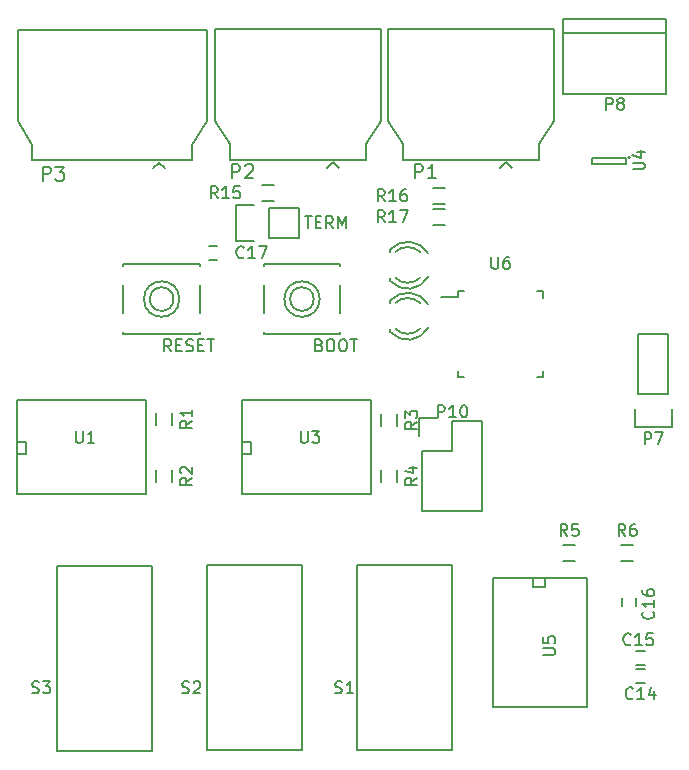
<source format=gto>
G04 #@! TF.FileFunction,Legend,Top*
%FSLAX46Y46*%
G04 Gerber Fmt 4.6, Leading zero omitted, Abs format (unit mm)*
G04 Created by KiCad (PCBNEW 4.0.2+dfsg1-stable) date Wed 23 Nov 2016 09:34:03 PM CST*
%MOMM*%
G01*
G04 APERTURE LIST*
%ADD10C,0.090000*%
%ADD11C,0.150000*%
G04 APERTURE END LIST*
D10*
D11*
X204500000Y-120234000D02*
X203800000Y-120234000D01*
X203800000Y-119034000D02*
X204500000Y-119034000D01*
X204500000Y-118710000D02*
X203800000Y-118710000D01*
X203800000Y-117510000D02*
X204500000Y-117510000D01*
X202600000Y-113700000D02*
X202600000Y-113000000D01*
X203800000Y-113000000D02*
X203800000Y-113700000D01*
X167605000Y-83220000D02*
X168305000Y-83220000D01*
X168305000Y-84420000D02*
X167605000Y-84420000D01*
X192786006Y-76114660D02*
X192286006Y-76614660D01*
X193286006Y-76614660D02*
X192786006Y-76114660D01*
X196786006Y-72614660D02*
X196786006Y-64864660D01*
X195536006Y-74614660D02*
X196786006Y-72614660D01*
X195536006Y-75914660D02*
X195536006Y-74614660D01*
X184036006Y-75914660D02*
X195536006Y-75914660D01*
X184036006Y-74614660D02*
X184036006Y-75914660D01*
X182786006Y-72614660D02*
X184036006Y-74614660D01*
X182786006Y-64864660D02*
X182786006Y-72614660D01*
X196786006Y-64864660D02*
X182786006Y-64864660D01*
X178147986Y-76114660D02*
X177647986Y-76614660D01*
X178647986Y-76614660D02*
X178147986Y-76114660D01*
X182147986Y-72614660D02*
X182147986Y-64864660D01*
X180897986Y-74614660D02*
X182147986Y-72614660D01*
X180897986Y-75914660D02*
X180897986Y-74614660D01*
X169397986Y-75914660D02*
X180897986Y-75914660D01*
X169397986Y-74614660D02*
X169397986Y-75914660D01*
X168147986Y-72614660D02*
X169397986Y-74614660D01*
X168147986Y-64864660D02*
X168147986Y-72614660D01*
X182147986Y-64864660D02*
X168147986Y-64864660D01*
X206502000Y-95758000D02*
X206502000Y-90678000D01*
X206502000Y-90678000D02*
X203962000Y-90678000D01*
X203962000Y-90678000D02*
X203962000Y-95758000D01*
X203682000Y-98578000D02*
X203682000Y-97028000D01*
X203962000Y-95758000D02*
X206502000Y-95758000D01*
X206782000Y-97028000D02*
X206782000Y-98578000D01*
X206782000Y-98578000D02*
X203682000Y-98578000D01*
X206320000Y-63995000D02*
X197620000Y-63995000D01*
X206320000Y-70400000D02*
X197620000Y-70400000D01*
X197620000Y-70400000D02*
X197620000Y-63995000D01*
X197620000Y-65225000D02*
X206320000Y-65225000D01*
X206320000Y-63995000D02*
X206320000Y-70400000D01*
X182205000Y-98460000D02*
X182205000Y-97460000D01*
X183555000Y-97460000D02*
X183555000Y-98460000D01*
X203530000Y-109895000D02*
X202530000Y-109895000D01*
X202530000Y-108545000D02*
X203530000Y-108545000D01*
X172136000Y-78065000D02*
X173136000Y-78065000D01*
X173136000Y-79415000D02*
X172136000Y-79415000D01*
X187614000Y-79669000D02*
X186614000Y-79669000D01*
X186614000Y-78319000D02*
X187614000Y-78319000D01*
X187614000Y-81447000D02*
X186614000Y-81447000D01*
X186614000Y-80097000D02*
X187614000Y-80097000D01*
X151384000Y-104267000D02*
X151384000Y-96266000D01*
X162306000Y-96266000D02*
X162306000Y-104267000D01*
X151384000Y-96266000D02*
X162306000Y-96266000D01*
X162306000Y-104267000D02*
X151384000Y-104267000D01*
X151384000Y-99822000D02*
X152146000Y-99822000D01*
X152146000Y-99822000D02*
X152146000Y-100838000D01*
X152146000Y-100838000D02*
X151384000Y-100838000D01*
X170434000Y-104267000D02*
X170434000Y-96266000D01*
X181356000Y-96266000D02*
X181356000Y-104267000D01*
X170434000Y-96266000D02*
X181356000Y-96266000D01*
X181356000Y-104267000D02*
X170434000Y-104267000D01*
X170434000Y-99822000D02*
X171196000Y-99822000D01*
X171196000Y-99822000D02*
X171196000Y-100838000D01*
X171196000Y-100838000D02*
X170434000Y-100838000D01*
X191643000Y-111379000D02*
X199644000Y-111379000D01*
X199644000Y-122301000D02*
X191643000Y-122301000D01*
X199644000Y-111379000D02*
X199644000Y-122301000D01*
X191643000Y-122301000D02*
X191643000Y-111379000D01*
X196088000Y-111379000D02*
X196088000Y-112141000D01*
X196088000Y-112141000D02*
X195072000Y-112141000D01*
X195072000Y-112141000D02*
X195072000Y-111379000D01*
X188665000Y-87085000D02*
X188665000Y-87510000D01*
X195915000Y-87085000D02*
X195915000Y-87610000D01*
X195915000Y-94335000D02*
X195915000Y-93810000D01*
X188665000Y-94335000D02*
X188665000Y-93810000D01*
X188665000Y-87085000D02*
X189190000Y-87085000D01*
X188665000Y-94335000D02*
X189190000Y-94335000D01*
X195915000Y-94335000D02*
X195390000Y-94335000D01*
X195915000Y-87085000D02*
X195390000Y-87085000D01*
X188665000Y-87510000D02*
X187290000Y-87510000D01*
X154760000Y-125970000D02*
X162760000Y-125970000D01*
X154760000Y-110320000D02*
X162760000Y-110320000D01*
X162760000Y-110320000D02*
X162760000Y-125970000D01*
X154760000Y-110320000D02*
X154760000Y-125970000D01*
X167460000Y-125900000D02*
X175460000Y-125900000D01*
X167460000Y-110250000D02*
X175460000Y-110250000D01*
X175460000Y-110250000D02*
X175460000Y-125900000D01*
X167460000Y-110250000D02*
X167460000Y-125900000D01*
X180150000Y-125900000D02*
X188150000Y-125900000D01*
X180150000Y-110250000D02*
X188150000Y-110250000D01*
X188150000Y-110250000D02*
X188150000Y-125900000D01*
X180150000Y-110250000D02*
X180150000Y-125900000D01*
X172720000Y-80010000D02*
X175260000Y-80010000D01*
X169900000Y-79730000D02*
X171450000Y-79730000D01*
X172720000Y-80010000D02*
X172720000Y-82550000D01*
X171450000Y-82830000D02*
X169900000Y-82830000D01*
X169900000Y-82830000D02*
X169900000Y-79730000D01*
X172720000Y-82550000D02*
X175260000Y-82550000D01*
X175260000Y-82550000D02*
X175260000Y-80010000D01*
X203288000Y-75730000D02*
G75*
G03X203288000Y-75730000I-100000J0D01*
G01*
X202938000Y-76280000D02*
X202938000Y-75780000D01*
X200038000Y-76280000D02*
X202938000Y-76280000D01*
X200038000Y-75780000D02*
X200038000Y-76280000D01*
X202938000Y-75780000D02*
X200038000Y-75780000D01*
X166855000Y-84725000D02*
X166855000Y-84925000D01*
X166855000Y-90725000D02*
X166855000Y-90525000D01*
X160355000Y-90725000D02*
X160355000Y-90525000D01*
X160355000Y-84725000D02*
X160355000Y-84925000D01*
X160355000Y-86525000D02*
X160355000Y-88925000D01*
X166855000Y-86525000D02*
X166855000Y-88925000D01*
X166855000Y-84725000D02*
X160355000Y-84725000D01*
X160355000Y-90725000D02*
X166855000Y-90725000D01*
X164605000Y-87725000D02*
G75*
G03X164605000Y-87725000I-1000000J0D01*
G01*
X165105000Y-87725000D02*
G75*
G03X165105000Y-87725000I-1500000J0D01*
G01*
X178735000Y-84725000D02*
X178735000Y-84925000D01*
X178735000Y-90725000D02*
X178735000Y-90525000D01*
X172235000Y-90725000D02*
X172235000Y-90525000D01*
X172235000Y-84725000D02*
X172235000Y-84925000D01*
X172235000Y-86525000D02*
X172235000Y-88925000D01*
X178735000Y-86525000D02*
X178735000Y-88925000D01*
X178735000Y-84725000D02*
X172235000Y-84725000D01*
X172235000Y-90725000D02*
X178735000Y-90725000D01*
X176485000Y-87725000D02*
G75*
G03X176485000Y-87725000I-1000000J0D01*
G01*
X176985000Y-87725000D02*
G75*
G03X176985000Y-87725000I-1500000J0D01*
G01*
X163155000Y-98374000D02*
X163155000Y-97374000D01*
X164505000Y-97374000D02*
X164505000Y-98374000D01*
X163155000Y-103200000D02*
X163155000Y-102200000D01*
X164505000Y-102200000D02*
X164505000Y-103200000D01*
X182205000Y-103200000D02*
X182205000Y-102200000D01*
X183555000Y-102200000D02*
X183555000Y-103200000D01*
X198620000Y-109895000D02*
X197620000Y-109895000D01*
X197620000Y-108545000D02*
X198620000Y-108545000D01*
X185674000Y-100584000D02*
X185674000Y-105664000D01*
X185394000Y-97764000D02*
X186944000Y-97764000D01*
X188214000Y-98044000D02*
X188214000Y-100584000D01*
X188214000Y-100584000D02*
X185674000Y-100584000D01*
X185674000Y-105664000D02*
X190754000Y-105664000D01*
X190754000Y-105664000D02*
X190754000Y-100584000D01*
X185394000Y-97764000D02*
X185394000Y-99314000D01*
X190754000Y-98044000D02*
X188214000Y-98044000D01*
X190754000Y-100584000D02*
X190754000Y-98044000D01*
X163415986Y-76168000D02*
X162915986Y-76668000D01*
X163915986Y-76668000D02*
X163415986Y-76168000D01*
X167415986Y-72668000D02*
X167415986Y-64918000D01*
X166165986Y-74668000D02*
X167415986Y-72668000D01*
X166165986Y-75968000D02*
X166165986Y-74668000D01*
X152665986Y-75968000D02*
X166165986Y-75968000D01*
X152665986Y-74668000D02*
X152665986Y-75968000D01*
X151415986Y-72668000D02*
X152665986Y-74668000D01*
X151415986Y-64918000D02*
X151415986Y-72668000D01*
X167415986Y-64918000D02*
X151415986Y-64918000D01*
X182935000Y-86150000D02*
X182935000Y-85950000D01*
X182935000Y-83556000D02*
X182935000Y-83736000D01*
X186162744Y-83866357D02*
G75*
G03X182935000Y-83550000I-1727744J-1003643D01*
G01*
X185487006Y-83736932D02*
G75*
G03X183384000Y-83736000I-1052006J-1133068D01*
G01*
X182947780Y-86176726D02*
G75*
G03X186185000Y-85830000I1497220J1306726D01*
G01*
X183421111Y-85949253D02*
G75*
G03X185469000Y-85930000I1013889J1079253D01*
G01*
X182935000Y-90468000D02*
X182935000Y-90268000D01*
X182935000Y-87874000D02*
X182935000Y-88054000D01*
X186162744Y-88184357D02*
G75*
G03X182935000Y-87868000I-1727744J-1003643D01*
G01*
X185487006Y-88054932D02*
G75*
G03X183384000Y-88054000I-1052006J-1133068D01*
G01*
X182947780Y-90494726D02*
G75*
G03X186185000Y-90148000I1497220J1306726D01*
G01*
X183421111Y-90267253D02*
G75*
G03X185469000Y-90248000I1013889J1079253D01*
G01*
X203507143Y-121515143D02*
X203459524Y-121562762D01*
X203316667Y-121610381D01*
X203221429Y-121610381D01*
X203078571Y-121562762D01*
X202983333Y-121467524D01*
X202935714Y-121372286D01*
X202888095Y-121181810D01*
X202888095Y-121038952D01*
X202935714Y-120848476D01*
X202983333Y-120753238D01*
X203078571Y-120658000D01*
X203221429Y-120610381D01*
X203316667Y-120610381D01*
X203459524Y-120658000D01*
X203507143Y-120705619D01*
X204459524Y-121610381D02*
X203888095Y-121610381D01*
X204173809Y-121610381D02*
X204173809Y-120610381D01*
X204078571Y-120753238D01*
X203983333Y-120848476D01*
X203888095Y-120896095D01*
X205316667Y-120943714D02*
X205316667Y-121610381D01*
X205078571Y-120562762D02*
X204840476Y-121277048D01*
X205459524Y-121277048D01*
X203319143Y-116943143D02*
X203271524Y-116990762D01*
X203128667Y-117038381D01*
X203033429Y-117038381D01*
X202890571Y-116990762D01*
X202795333Y-116895524D01*
X202747714Y-116800286D01*
X202700095Y-116609810D01*
X202700095Y-116466952D01*
X202747714Y-116276476D01*
X202795333Y-116181238D01*
X202890571Y-116086000D01*
X203033429Y-116038381D01*
X203128667Y-116038381D01*
X203271524Y-116086000D01*
X203319143Y-116133619D01*
X204271524Y-117038381D02*
X203700095Y-117038381D01*
X203985809Y-117038381D02*
X203985809Y-116038381D01*
X203890571Y-116181238D01*
X203795333Y-116276476D01*
X203700095Y-116324095D01*
X205176286Y-116038381D02*
X204700095Y-116038381D01*
X204652476Y-116514571D01*
X204700095Y-116466952D01*
X204795333Y-116419333D01*
X205033429Y-116419333D01*
X205128667Y-116466952D01*
X205176286Y-116514571D01*
X205223905Y-116609810D01*
X205223905Y-116847905D01*
X205176286Y-116943143D01*
X205128667Y-116990762D01*
X205033429Y-117038381D01*
X204795333Y-117038381D01*
X204700095Y-116990762D01*
X204652476Y-116943143D01*
X205208143Y-114180857D02*
X205255762Y-114228476D01*
X205303381Y-114371333D01*
X205303381Y-114466571D01*
X205255762Y-114609429D01*
X205160524Y-114704667D01*
X205065286Y-114752286D01*
X204874810Y-114799905D01*
X204731952Y-114799905D01*
X204541476Y-114752286D01*
X204446238Y-114704667D01*
X204351000Y-114609429D01*
X204303381Y-114466571D01*
X204303381Y-114371333D01*
X204351000Y-114228476D01*
X204398619Y-114180857D01*
X205303381Y-113228476D02*
X205303381Y-113799905D01*
X205303381Y-113514191D02*
X204303381Y-113514191D01*
X204446238Y-113609429D01*
X204541476Y-113704667D01*
X204589095Y-113799905D01*
X204303381Y-112371333D02*
X204303381Y-112561810D01*
X204351000Y-112657048D01*
X204398619Y-112704667D01*
X204541476Y-112799905D01*
X204731952Y-112847524D01*
X205112905Y-112847524D01*
X205208143Y-112799905D01*
X205255762Y-112752286D01*
X205303381Y-112657048D01*
X205303381Y-112466571D01*
X205255762Y-112371333D01*
X205208143Y-112323714D01*
X205112905Y-112276095D01*
X204874810Y-112276095D01*
X204779571Y-112323714D01*
X204731952Y-112371333D01*
X204684333Y-112466571D01*
X204684333Y-112657048D01*
X204731952Y-112752286D01*
X204779571Y-112799905D01*
X204874810Y-112847524D01*
X170553143Y-84177143D02*
X170505524Y-84224762D01*
X170362667Y-84272381D01*
X170267429Y-84272381D01*
X170124571Y-84224762D01*
X170029333Y-84129524D01*
X169981714Y-84034286D01*
X169934095Y-83843810D01*
X169934095Y-83700952D01*
X169981714Y-83510476D01*
X170029333Y-83415238D01*
X170124571Y-83320000D01*
X170267429Y-83272381D01*
X170362667Y-83272381D01*
X170505524Y-83320000D01*
X170553143Y-83367619D01*
X171505524Y-84272381D02*
X170934095Y-84272381D01*
X171219809Y-84272381D02*
X171219809Y-83272381D01*
X171124571Y-83415238D01*
X171029333Y-83510476D01*
X170934095Y-83558095D01*
X171838857Y-83272381D02*
X172505524Y-83272381D01*
X172076952Y-84272381D01*
X185042286Y-77504857D02*
X185042286Y-76304857D01*
X185499429Y-76304857D01*
X185613715Y-76362000D01*
X185670858Y-76419143D01*
X185728001Y-76533429D01*
X185728001Y-76704857D01*
X185670858Y-76819143D01*
X185613715Y-76876286D01*
X185499429Y-76933429D01*
X185042286Y-76933429D01*
X186870858Y-77504857D02*
X186185143Y-77504857D01*
X186528001Y-77504857D02*
X186528001Y-76304857D01*
X186413715Y-76476286D01*
X186299429Y-76590571D01*
X186185143Y-76647714D01*
X169548286Y-77504857D02*
X169548286Y-76304857D01*
X170005429Y-76304857D01*
X170119715Y-76362000D01*
X170176858Y-76419143D01*
X170234001Y-76533429D01*
X170234001Y-76704857D01*
X170176858Y-76819143D01*
X170119715Y-76876286D01*
X170005429Y-76933429D01*
X169548286Y-76933429D01*
X170691143Y-76419143D02*
X170748286Y-76362000D01*
X170862572Y-76304857D01*
X171148286Y-76304857D01*
X171262572Y-76362000D01*
X171319715Y-76419143D01*
X171376858Y-76533429D01*
X171376858Y-76647714D01*
X171319715Y-76819143D01*
X170634001Y-77504857D01*
X171376858Y-77504857D01*
X204493905Y-100020381D02*
X204493905Y-99020381D01*
X204874858Y-99020381D01*
X204970096Y-99068000D01*
X205017715Y-99115619D01*
X205065334Y-99210857D01*
X205065334Y-99353714D01*
X205017715Y-99448952D01*
X204970096Y-99496571D01*
X204874858Y-99544190D01*
X204493905Y-99544190D01*
X205398667Y-99020381D02*
X206065334Y-99020381D01*
X205636762Y-100020381D01*
X201231005Y-71714841D02*
X201231005Y-70714841D01*
X201611958Y-70714841D01*
X201707196Y-70762460D01*
X201754815Y-70810079D01*
X201802434Y-70905317D01*
X201802434Y-71048174D01*
X201754815Y-71143412D01*
X201707196Y-71191031D01*
X201611958Y-71238650D01*
X201231005Y-71238650D01*
X202373862Y-71143412D02*
X202278624Y-71095793D01*
X202231005Y-71048174D01*
X202183386Y-70952936D01*
X202183386Y-70905317D01*
X202231005Y-70810079D01*
X202278624Y-70762460D01*
X202373862Y-70714841D01*
X202564339Y-70714841D01*
X202659577Y-70762460D01*
X202707196Y-70810079D01*
X202754815Y-70905317D01*
X202754815Y-70952936D01*
X202707196Y-71048174D01*
X202659577Y-71095793D01*
X202564339Y-71143412D01*
X202373862Y-71143412D01*
X202278624Y-71191031D01*
X202231005Y-71238650D01*
X202183386Y-71333889D01*
X202183386Y-71524365D01*
X202231005Y-71619603D01*
X202278624Y-71667222D01*
X202373862Y-71714841D01*
X202564339Y-71714841D01*
X202659577Y-71667222D01*
X202707196Y-71619603D01*
X202754815Y-71524365D01*
X202754815Y-71333889D01*
X202707196Y-71238650D01*
X202659577Y-71191031D01*
X202564339Y-71143412D01*
X185232381Y-98126666D02*
X184756190Y-98460000D01*
X185232381Y-98698095D02*
X184232381Y-98698095D01*
X184232381Y-98317142D01*
X184280000Y-98221904D01*
X184327619Y-98174285D01*
X184422857Y-98126666D01*
X184565714Y-98126666D01*
X184660952Y-98174285D01*
X184708571Y-98221904D01*
X184756190Y-98317142D01*
X184756190Y-98698095D01*
X184232381Y-97793333D02*
X184232381Y-97174285D01*
X184613333Y-97507619D01*
X184613333Y-97364761D01*
X184660952Y-97269523D01*
X184708571Y-97221904D01*
X184803810Y-97174285D01*
X185041905Y-97174285D01*
X185137143Y-97221904D01*
X185184762Y-97269523D01*
X185232381Y-97364761D01*
X185232381Y-97650476D01*
X185184762Y-97745714D01*
X185137143Y-97793333D01*
X202863334Y-107772381D02*
X202530000Y-107296190D01*
X202291905Y-107772381D02*
X202291905Y-106772381D01*
X202672858Y-106772381D01*
X202768096Y-106820000D01*
X202815715Y-106867619D01*
X202863334Y-106962857D01*
X202863334Y-107105714D01*
X202815715Y-107200952D01*
X202768096Y-107248571D01*
X202672858Y-107296190D01*
X202291905Y-107296190D01*
X203720477Y-106772381D02*
X203530000Y-106772381D01*
X203434762Y-106820000D01*
X203387143Y-106867619D01*
X203291905Y-107010476D01*
X203244286Y-107200952D01*
X203244286Y-107581905D01*
X203291905Y-107677143D01*
X203339524Y-107724762D01*
X203434762Y-107772381D01*
X203625239Y-107772381D01*
X203720477Y-107724762D01*
X203768096Y-107677143D01*
X203815715Y-107581905D01*
X203815715Y-107343810D01*
X203768096Y-107248571D01*
X203720477Y-107200952D01*
X203625239Y-107153333D01*
X203434762Y-107153333D01*
X203339524Y-107200952D01*
X203291905Y-107248571D01*
X203244286Y-107343810D01*
X168353143Y-79192381D02*
X168019809Y-78716190D01*
X167781714Y-79192381D02*
X167781714Y-78192381D01*
X168162667Y-78192381D01*
X168257905Y-78240000D01*
X168305524Y-78287619D01*
X168353143Y-78382857D01*
X168353143Y-78525714D01*
X168305524Y-78620952D01*
X168257905Y-78668571D01*
X168162667Y-78716190D01*
X167781714Y-78716190D01*
X169305524Y-79192381D02*
X168734095Y-79192381D01*
X169019809Y-79192381D02*
X169019809Y-78192381D01*
X168924571Y-78335238D01*
X168829333Y-78430476D01*
X168734095Y-78478095D01*
X170210286Y-78192381D02*
X169734095Y-78192381D01*
X169686476Y-78668571D01*
X169734095Y-78620952D01*
X169829333Y-78573333D01*
X170067429Y-78573333D01*
X170162667Y-78620952D01*
X170210286Y-78668571D01*
X170257905Y-78763810D01*
X170257905Y-79001905D01*
X170210286Y-79097143D01*
X170162667Y-79144762D01*
X170067429Y-79192381D01*
X169829333Y-79192381D01*
X169734095Y-79144762D01*
X169686476Y-79097143D01*
X182491143Y-79446381D02*
X182157809Y-78970190D01*
X181919714Y-79446381D02*
X181919714Y-78446381D01*
X182300667Y-78446381D01*
X182395905Y-78494000D01*
X182443524Y-78541619D01*
X182491143Y-78636857D01*
X182491143Y-78779714D01*
X182443524Y-78874952D01*
X182395905Y-78922571D01*
X182300667Y-78970190D01*
X181919714Y-78970190D01*
X183443524Y-79446381D02*
X182872095Y-79446381D01*
X183157809Y-79446381D02*
X183157809Y-78446381D01*
X183062571Y-78589238D01*
X182967333Y-78684476D01*
X182872095Y-78732095D01*
X184300667Y-78446381D02*
X184110190Y-78446381D01*
X184014952Y-78494000D01*
X183967333Y-78541619D01*
X183872095Y-78684476D01*
X183824476Y-78874952D01*
X183824476Y-79255905D01*
X183872095Y-79351143D01*
X183919714Y-79398762D01*
X184014952Y-79446381D01*
X184205429Y-79446381D01*
X184300667Y-79398762D01*
X184348286Y-79351143D01*
X184395905Y-79255905D01*
X184395905Y-79017810D01*
X184348286Y-78922571D01*
X184300667Y-78874952D01*
X184205429Y-78827333D01*
X184014952Y-78827333D01*
X183919714Y-78874952D01*
X183872095Y-78922571D01*
X183824476Y-79017810D01*
X182491143Y-81224381D02*
X182157809Y-80748190D01*
X181919714Y-81224381D02*
X181919714Y-80224381D01*
X182300667Y-80224381D01*
X182395905Y-80272000D01*
X182443524Y-80319619D01*
X182491143Y-80414857D01*
X182491143Y-80557714D01*
X182443524Y-80652952D01*
X182395905Y-80700571D01*
X182300667Y-80748190D01*
X181919714Y-80748190D01*
X183443524Y-81224381D02*
X182872095Y-81224381D01*
X183157809Y-81224381D02*
X183157809Y-80224381D01*
X183062571Y-80367238D01*
X182967333Y-80462476D01*
X182872095Y-80510095D01*
X183776857Y-80224381D02*
X184443524Y-80224381D01*
X184014952Y-81224381D01*
X156337095Y-98893381D02*
X156337095Y-99702905D01*
X156384714Y-99798143D01*
X156432333Y-99845762D01*
X156527571Y-99893381D01*
X156718048Y-99893381D01*
X156813286Y-99845762D01*
X156860905Y-99798143D01*
X156908524Y-99702905D01*
X156908524Y-98893381D01*
X157908524Y-99893381D02*
X157337095Y-99893381D01*
X157622809Y-99893381D02*
X157622809Y-98893381D01*
X157527571Y-99036238D01*
X157432333Y-99131476D01*
X157337095Y-99179095D01*
X175387095Y-98893381D02*
X175387095Y-99702905D01*
X175434714Y-99798143D01*
X175482333Y-99845762D01*
X175577571Y-99893381D01*
X175768048Y-99893381D01*
X175863286Y-99845762D01*
X175910905Y-99798143D01*
X175958524Y-99702905D01*
X175958524Y-98893381D01*
X176339476Y-98893381D02*
X176958524Y-98893381D01*
X176625190Y-99274333D01*
X176768048Y-99274333D01*
X176863286Y-99321952D01*
X176910905Y-99369571D01*
X176958524Y-99464810D01*
X176958524Y-99702905D01*
X176910905Y-99798143D01*
X176863286Y-99845762D01*
X176768048Y-99893381D01*
X176482333Y-99893381D01*
X176387095Y-99845762D01*
X176339476Y-99798143D01*
X195921381Y-117855905D02*
X196730905Y-117855905D01*
X196826143Y-117808286D01*
X196873762Y-117760667D01*
X196921381Y-117665429D01*
X196921381Y-117474952D01*
X196873762Y-117379714D01*
X196826143Y-117332095D01*
X196730905Y-117284476D01*
X195921381Y-117284476D01*
X195921381Y-116332095D02*
X195921381Y-116808286D01*
X196397571Y-116855905D01*
X196349952Y-116808286D01*
X196302333Y-116713048D01*
X196302333Y-116474952D01*
X196349952Y-116379714D01*
X196397571Y-116332095D01*
X196492810Y-116284476D01*
X196730905Y-116284476D01*
X196826143Y-116332095D01*
X196873762Y-116379714D01*
X196921381Y-116474952D01*
X196921381Y-116713048D01*
X196873762Y-116808286D01*
X196826143Y-116855905D01*
X191528095Y-84162381D02*
X191528095Y-84971905D01*
X191575714Y-85067143D01*
X191623333Y-85114762D01*
X191718571Y-85162381D01*
X191909048Y-85162381D01*
X192004286Y-85114762D01*
X192051905Y-85067143D01*
X192099524Y-84971905D01*
X192099524Y-84162381D01*
X193004286Y-84162381D02*
X192813809Y-84162381D01*
X192718571Y-84210000D01*
X192670952Y-84257619D01*
X192575714Y-84400476D01*
X192528095Y-84590952D01*
X192528095Y-84971905D01*
X192575714Y-85067143D01*
X192623333Y-85114762D01*
X192718571Y-85162381D01*
X192909048Y-85162381D01*
X193004286Y-85114762D01*
X193051905Y-85067143D01*
X193099524Y-84971905D01*
X193099524Y-84733810D01*
X193051905Y-84638571D01*
X193004286Y-84590952D01*
X192909048Y-84543333D01*
X192718571Y-84543333D01*
X192623333Y-84590952D01*
X192575714Y-84638571D01*
X192528095Y-84733810D01*
X152654095Y-121054762D02*
X152796952Y-121102381D01*
X153035048Y-121102381D01*
X153130286Y-121054762D01*
X153177905Y-121007143D01*
X153225524Y-120911905D01*
X153225524Y-120816667D01*
X153177905Y-120721429D01*
X153130286Y-120673810D01*
X153035048Y-120626190D01*
X152844571Y-120578571D01*
X152749333Y-120530952D01*
X152701714Y-120483333D01*
X152654095Y-120388095D01*
X152654095Y-120292857D01*
X152701714Y-120197619D01*
X152749333Y-120150000D01*
X152844571Y-120102381D01*
X153082667Y-120102381D01*
X153225524Y-120150000D01*
X153558857Y-120102381D02*
X154177905Y-120102381D01*
X153844571Y-120483333D01*
X153987429Y-120483333D01*
X154082667Y-120530952D01*
X154130286Y-120578571D01*
X154177905Y-120673810D01*
X154177905Y-120911905D01*
X154130286Y-121007143D01*
X154082667Y-121054762D01*
X153987429Y-121102381D01*
X153701714Y-121102381D01*
X153606476Y-121054762D01*
X153558857Y-121007143D01*
X165354095Y-121054762D02*
X165496952Y-121102381D01*
X165735048Y-121102381D01*
X165830286Y-121054762D01*
X165877905Y-121007143D01*
X165925524Y-120911905D01*
X165925524Y-120816667D01*
X165877905Y-120721429D01*
X165830286Y-120673810D01*
X165735048Y-120626190D01*
X165544571Y-120578571D01*
X165449333Y-120530952D01*
X165401714Y-120483333D01*
X165354095Y-120388095D01*
X165354095Y-120292857D01*
X165401714Y-120197619D01*
X165449333Y-120150000D01*
X165544571Y-120102381D01*
X165782667Y-120102381D01*
X165925524Y-120150000D01*
X166306476Y-120197619D02*
X166354095Y-120150000D01*
X166449333Y-120102381D01*
X166687429Y-120102381D01*
X166782667Y-120150000D01*
X166830286Y-120197619D01*
X166877905Y-120292857D01*
X166877905Y-120388095D01*
X166830286Y-120530952D01*
X166258857Y-121102381D01*
X166877905Y-121102381D01*
X178308095Y-121054762D02*
X178450952Y-121102381D01*
X178689048Y-121102381D01*
X178784286Y-121054762D01*
X178831905Y-121007143D01*
X178879524Y-120911905D01*
X178879524Y-120816667D01*
X178831905Y-120721429D01*
X178784286Y-120673810D01*
X178689048Y-120626190D01*
X178498571Y-120578571D01*
X178403333Y-120530952D01*
X178355714Y-120483333D01*
X178308095Y-120388095D01*
X178308095Y-120292857D01*
X178355714Y-120197619D01*
X178403333Y-120150000D01*
X178498571Y-120102381D01*
X178736667Y-120102381D01*
X178879524Y-120150000D01*
X179831905Y-121102381D02*
X179260476Y-121102381D01*
X179546190Y-121102381D02*
X179546190Y-120102381D01*
X179450952Y-120245238D01*
X179355714Y-120340476D01*
X179260476Y-120388095D01*
X175736476Y-80732381D02*
X176307905Y-80732381D01*
X176022190Y-81732381D02*
X176022190Y-80732381D01*
X176641238Y-81208571D02*
X176974572Y-81208571D01*
X177117429Y-81732381D02*
X176641238Y-81732381D01*
X176641238Y-80732381D01*
X177117429Y-80732381D01*
X178117429Y-81732381D02*
X177784095Y-81256190D01*
X177546000Y-81732381D02*
X177546000Y-80732381D01*
X177926953Y-80732381D01*
X178022191Y-80780000D01*
X178069810Y-80827619D01*
X178117429Y-80922857D01*
X178117429Y-81065714D01*
X178069810Y-81160952D01*
X178022191Y-81208571D01*
X177926953Y-81256190D01*
X177546000Y-81256190D01*
X178546000Y-81732381D02*
X178546000Y-80732381D01*
X178879334Y-81446667D01*
X179212667Y-80732381D01*
X179212667Y-81732381D01*
X203490381Y-76741905D02*
X204299905Y-76741905D01*
X204395143Y-76694286D01*
X204442762Y-76646667D01*
X204490381Y-76551429D01*
X204490381Y-76360952D01*
X204442762Y-76265714D01*
X204395143Y-76218095D01*
X204299905Y-76170476D01*
X203490381Y-76170476D01*
X203823714Y-75265714D02*
X204490381Y-75265714D01*
X203442762Y-75503810D02*
X204157048Y-75741905D01*
X204157048Y-75122857D01*
X164409619Y-92146381D02*
X164076285Y-91670190D01*
X163838190Y-92146381D02*
X163838190Y-91146381D01*
X164219143Y-91146381D01*
X164314381Y-91194000D01*
X164362000Y-91241619D01*
X164409619Y-91336857D01*
X164409619Y-91479714D01*
X164362000Y-91574952D01*
X164314381Y-91622571D01*
X164219143Y-91670190D01*
X163838190Y-91670190D01*
X164838190Y-91622571D02*
X165171524Y-91622571D01*
X165314381Y-92146381D02*
X164838190Y-92146381D01*
X164838190Y-91146381D01*
X165314381Y-91146381D01*
X165695333Y-92098762D02*
X165838190Y-92146381D01*
X166076286Y-92146381D01*
X166171524Y-92098762D01*
X166219143Y-92051143D01*
X166266762Y-91955905D01*
X166266762Y-91860667D01*
X166219143Y-91765429D01*
X166171524Y-91717810D01*
X166076286Y-91670190D01*
X165885809Y-91622571D01*
X165790571Y-91574952D01*
X165742952Y-91527333D01*
X165695333Y-91432095D01*
X165695333Y-91336857D01*
X165742952Y-91241619D01*
X165790571Y-91194000D01*
X165885809Y-91146381D01*
X166123905Y-91146381D01*
X166266762Y-91194000D01*
X166695333Y-91622571D02*
X167028667Y-91622571D01*
X167171524Y-92146381D02*
X166695333Y-92146381D01*
X166695333Y-91146381D01*
X167171524Y-91146381D01*
X167457238Y-91146381D02*
X168028667Y-91146381D01*
X167742952Y-92146381D02*
X167742952Y-91146381D01*
X176950858Y-91622571D02*
X177093715Y-91670190D01*
X177141334Y-91717810D01*
X177188953Y-91813048D01*
X177188953Y-91955905D01*
X177141334Y-92051143D01*
X177093715Y-92098762D01*
X176998477Y-92146381D01*
X176617524Y-92146381D01*
X176617524Y-91146381D01*
X176950858Y-91146381D01*
X177046096Y-91194000D01*
X177093715Y-91241619D01*
X177141334Y-91336857D01*
X177141334Y-91432095D01*
X177093715Y-91527333D01*
X177046096Y-91574952D01*
X176950858Y-91622571D01*
X176617524Y-91622571D01*
X177808000Y-91146381D02*
X177998477Y-91146381D01*
X178093715Y-91194000D01*
X178188953Y-91289238D01*
X178236572Y-91479714D01*
X178236572Y-91813048D01*
X178188953Y-92003524D01*
X178093715Y-92098762D01*
X177998477Y-92146381D01*
X177808000Y-92146381D01*
X177712762Y-92098762D01*
X177617524Y-92003524D01*
X177569905Y-91813048D01*
X177569905Y-91479714D01*
X177617524Y-91289238D01*
X177712762Y-91194000D01*
X177808000Y-91146381D01*
X178855619Y-91146381D02*
X179046096Y-91146381D01*
X179141334Y-91194000D01*
X179236572Y-91289238D01*
X179284191Y-91479714D01*
X179284191Y-91813048D01*
X179236572Y-92003524D01*
X179141334Y-92098762D01*
X179046096Y-92146381D01*
X178855619Y-92146381D01*
X178760381Y-92098762D01*
X178665143Y-92003524D01*
X178617524Y-91813048D01*
X178617524Y-91479714D01*
X178665143Y-91289238D01*
X178760381Y-91194000D01*
X178855619Y-91146381D01*
X179569905Y-91146381D02*
X180141334Y-91146381D01*
X179855619Y-92146381D02*
X179855619Y-91146381D01*
X166182381Y-98040666D02*
X165706190Y-98374000D01*
X166182381Y-98612095D02*
X165182381Y-98612095D01*
X165182381Y-98231142D01*
X165230000Y-98135904D01*
X165277619Y-98088285D01*
X165372857Y-98040666D01*
X165515714Y-98040666D01*
X165610952Y-98088285D01*
X165658571Y-98135904D01*
X165706190Y-98231142D01*
X165706190Y-98612095D01*
X166182381Y-97088285D02*
X166182381Y-97659714D01*
X166182381Y-97374000D02*
X165182381Y-97374000D01*
X165325238Y-97469238D01*
X165420476Y-97564476D01*
X165468095Y-97659714D01*
X166182381Y-102866666D02*
X165706190Y-103200000D01*
X166182381Y-103438095D02*
X165182381Y-103438095D01*
X165182381Y-103057142D01*
X165230000Y-102961904D01*
X165277619Y-102914285D01*
X165372857Y-102866666D01*
X165515714Y-102866666D01*
X165610952Y-102914285D01*
X165658571Y-102961904D01*
X165706190Y-103057142D01*
X165706190Y-103438095D01*
X165277619Y-102485714D02*
X165230000Y-102438095D01*
X165182381Y-102342857D01*
X165182381Y-102104761D01*
X165230000Y-102009523D01*
X165277619Y-101961904D01*
X165372857Y-101914285D01*
X165468095Y-101914285D01*
X165610952Y-101961904D01*
X166182381Y-102533333D01*
X166182381Y-101914285D01*
X185232381Y-102866666D02*
X184756190Y-103200000D01*
X185232381Y-103438095D02*
X184232381Y-103438095D01*
X184232381Y-103057142D01*
X184280000Y-102961904D01*
X184327619Y-102914285D01*
X184422857Y-102866666D01*
X184565714Y-102866666D01*
X184660952Y-102914285D01*
X184708571Y-102961904D01*
X184756190Y-103057142D01*
X184756190Y-103438095D01*
X184565714Y-102009523D02*
X185232381Y-102009523D01*
X184184762Y-102247619D02*
X184899048Y-102485714D01*
X184899048Y-101866666D01*
X197953334Y-107772381D02*
X197620000Y-107296190D01*
X197381905Y-107772381D02*
X197381905Y-106772381D01*
X197762858Y-106772381D01*
X197858096Y-106820000D01*
X197905715Y-106867619D01*
X197953334Y-106962857D01*
X197953334Y-107105714D01*
X197905715Y-107200952D01*
X197858096Y-107248571D01*
X197762858Y-107296190D01*
X197381905Y-107296190D01*
X198858096Y-106772381D02*
X198381905Y-106772381D01*
X198334286Y-107248571D01*
X198381905Y-107200952D01*
X198477143Y-107153333D01*
X198715239Y-107153333D01*
X198810477Y-107200952D01*
X198858096Y-107248571D01*
X198905715Y-107343810D01*
X198905715Y-107581905D01*
X198858096Y-107677143D01*
X198810477Y-107724762D01*
X198715239Y-107772381D01*
X198477143Y-107772381D01*
X198381905Y-107724762D01*
X198334286Y-107677143D01*
X186999714Y-97734381D02*
X186999714Y-96734381D01*
X187380667Y-96734381D01*
X187475905Y-96782000D01*
X187523524Y-96829619D01*
X187571143Y-96924857D01*
X187571143Y-97067714D01*
X187523524Y-97162952D01*
X187475905Y-97210571D01*
X187380667Y-97258190D01*
X186999714Y-97258190D01*
X188523524Y-97734381D02*
X187952095Y-97734381D01*
X188237809Y-97734381D02*
X188237809Y-96734381D01*
X188142571Y-96877238D01*
X188047333Y-96972476D01*
X187952095Y-97020095D01*
X189142571Y-96734381D02*
X189237810Y-96734381D01*
X189333048Y-96782000D01*
X189380667Y-96829619D01*
X189428286Y-96924857D01*
X189475905Y-97115333D01*
X189475905Y-97353429D01*
X189428286Y-97543905D01*
X189380667Y-97639143D01*
X189333048Y-97686762D01*
X189237810Y-97734381D01*
X189142571Y-97734381D01*
X189047333Y-97686762D01*
X188999714Y-97639143D01*
X188952095Y-97543905D01*
X188904476Y-97353429D01*
X188904476Y-97115333D01*
X188952095Y-96924857D01*
X188999714Y-96829619D01*
X189047333Y-96782000D01*
X189142571Y-96734381D01*
X153530272Y-77710857D02*
X153530272Y-76510857D01*
X153987415Y-76510857D01*
X154101701Y-76568000D01*
X154158844Y-76625143D01*
X154215987Y-76739429D01*
X154215987Y-76910857D01*
X154158844Y-77025143D01*
X154101701Y-77082286D01*
X153987415Y-77139429D01*
X153530272Y-77139429D01*
X154615987Y-76510857D02*
X155358844Y-76510857D01*
X154958844Y-76968000D01*
X155130272Y-76968000D01*
X155244558Y-77025143D01*
X155301701Y-77082286D01*
X155358844Y-77196571D01*
X155358844Y-77482286D01*
X155301701Y-77596571D01*
X155244558Y-77653714D01*
X155130272Y-77710857D01*
X154787415Y-77710857D01*
X154673129Y-77653714D01*
X154615987Y-77596571D01*
M02*

</source>
